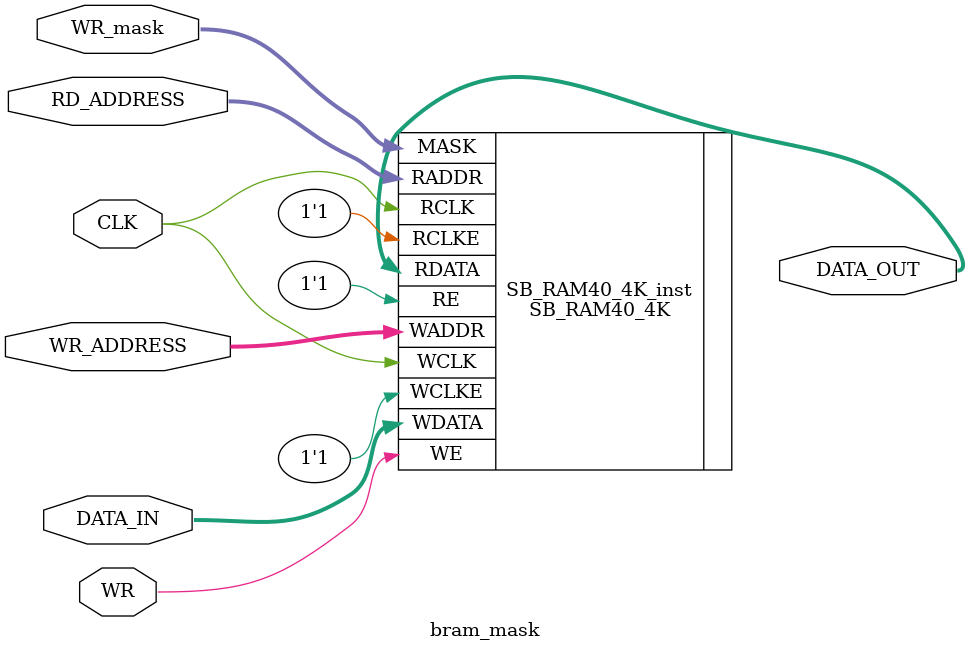
<source format=v>
module bram_mask
#(parameter BITS = 16, ADDRESS_BITS = 8)
(
    input CLK,
    input [ADDRESS_BITS - 1 : 0]  RD_ADDRESS,
    output [BITS - 1 : 0] DATA_OUT,

    input [ADDRESS_BITS - 1 : 0] WR_ADDRESS,
    input [BITS - 1 : 0] DATA_IN,
    input WR,  
    input [15:0] WR_mask
);


SB_RAM40_4K SB_RAM40_4K_inst(
      .RDATA(DATA_OUT), 
	  .RADDR(RD_ADDRESS), 
	  .WADDR(WR_ADDRESS), 
	  .MASK(WR_mask), 
	  .WDATA(DATA_IN), 
	  .RCLKE(1'b1), 
	  .RCLK(CLK), 
	  .RE(1'b1), 
	  .WCLKE(1'b1), 
	  .WCLK(CLK), 
	  .WE(WR)
   );

endmodule

</source>
